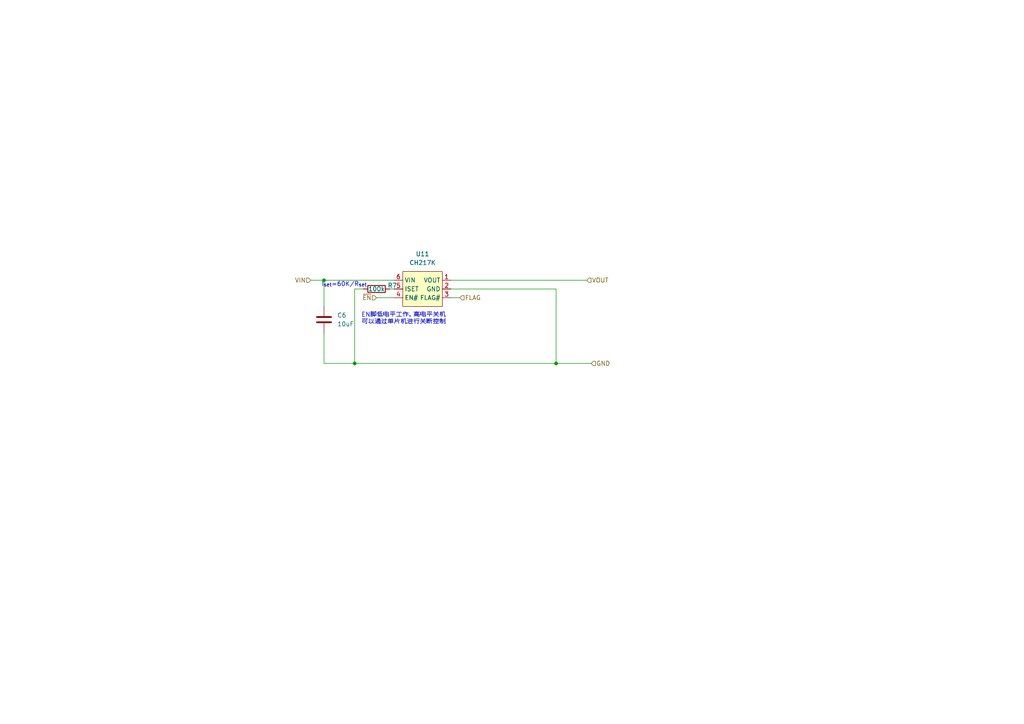
<source format=kicad_sch>
(kicad_sch (version 20231120) (generator "eeschema") (generator_version "8.0")
  (paper "A4")
  (lib_symbols
    (symbol "Device:C" (pin_numbers hide) (pin_names (offset 0.254))
      (property "Reference" "C" (at 0.635 2.54 0))
      (property "Value" "C" (at 0.635 -2.54 0))
      (symbol "C_0_1"
        (polyline (pts (xy -2.032 -0.762) (xy 2.032 -0.762)) (stroke (width 0.508)))
        (polyline (pts (xy -2.032 0.762) (xy 2.032 0.762)) (stroke (width 0.508)))
      )
      (symbol "C_1_1"
        (pin passive line (at 0 3.81 270) (length 2.794) (name "~") (number "1"))
        (pin passive line (at 0 -3.81 90) (length 2.794) (name "~") (number "2"))
      )
    )
    (symbol "Device:R" (pin_numbers hide) (pin_names (offset 0))
      (property "Reference" "R" (at 2.032 0 90))
      (property "Value" "R" (at 0 0 90))
      (symbol "R_0_1"
        (rectangle (start -1.016 -2.54) (end 1.016 2.54) (stroke (width 0.254)))
      )
      (symbol "R_1_1"
        (pin passive line (at 0 3.81 270) (length 1.27) (name "~") (number "1"))
        (pin passive line (at 0 -3.81 90) (length 1.27) (name "~") (number "2"))
      )
    )
    (symbol "my_chips:CH217K"
      (property "Reference" "U" (at 0.762 6.096 0))
      (property "Value" "CH217K" (at -4.064 6.096 0))
      (symbol "CH217K_1_1"
        (rectangle (start -6.35 5.08) (end 5.08 -5.08) (fill (type background)))
        (pin input line (at -8.89 2.54 0) (length 2.54) (name "VOUT") (number "1"))
        (pin input line (at -8.89 0 0) (length 2.54) (name "GND") (number "2"))
        (pin input line (at -8.89 -2.54 0) (length 2.54) (name "FLAG#") (number "3"))
        (pin input line (at 7.62 -2.54 180) (length 2.54) (name "EN#") (number "4"))
        (pin input line (at 7.62 0 180) (length 2.54) (name "ISET") (number "5"))
        (pin input line (at 7.62 2.54 180) (length 2.54) (name "VIN") (number "6"))
      )
    )
  )
  (junction (at 93.98 81.28))
  (junction (at 102.87 105.41))
  (junction (at 161.29 105.41))
  (wire (pts (xy 93.98 96.52) (xy 93.98 105.41)))
  (wire (pts (xy 90.17 81.28) (xy 93.98 81.28)))
  (wire (pts (xy 161.29 83.82) (xy 161.29 105.41)))
  (wire (pts (xy 130.81 83.82) (xy 161.29 83.82)))
  (wire (pts (xy 93.98 81.28) (xy 114.3 81.28)))
  (wire (pts (xy 93.98 81.28) (xy 93.98 88.9)))
  (wire (pts (xy 161.29 105.41) (xy 171.45 105.41)))
  (wire (pts (xy 102.87 83.82) (xy 105.41 83.82)))
  (wire (pts (xy 130.81 86.36) (xy 133.35 86.36)))
  (wire (pts (xy 93.98 105.41) (xy 102.87 105.41)))
  (wire (pts (xy 130.81 81.28) (xy 170.18 81.28)))
  (wire (pts (xy 102.87 105.41) (xy 161.29 105.41)))
  (wire (pts (xy 113.03 83.82) (xy 114.3 83.82)))
  (wire (pts (xy 114.3 86.36) (xy 109.22 86.36)))
  (wire (pts (xy 102.87 83.82) (xy 102.87 105.41)))
  (text "I_{set}=60K/R_{set}" (at 99.822 82.55 0) (effects (font (size 1.27 1.27))))
  (text "EN脚低电平工作，高电平关机\n可以通过单片机进行关断控制" (at 117.094 92.456 0) (effects (font (size 1.27 1.27))))
  (hierarchical_label "GND" (shape input) (at 171.45 105.41 0))
  (hierarchical_label "VIN" (shape input) (at 90.17 81.28 180))
  (hierarchical_label "VOUT" (shape input) (at 170.18 81.28 0))
  (hierarchical_label "~{EN}" (shape input) (at 109.22 86.36 180))
  (hierarchical_label "FLAG" (shape input) (at 133.35 86.36 0))
  (symbol (lib_id "my_chips:CH217K") (at 121.92 83.82 0) (mirror y) (unit 1)
    (property "Reference" "U11" (at 122.555 73.66 0))
    (property "Value" "CH217K" (at 122.555 76.2 0))
    (property "Footprint" "Package_TO_SOT_SMD:TSOT-23-6" (effects (hide yes)))
    (property "Datasheet" "https://www.wch.cn/downloads/CH217DS1_PDF.html" (effects (hide yes)))
    (property "Description" "内部集成了过流保护、过温保护、欠压保护、可调限流门限等模块，用于计算机、USB主机、USB HUB集线器、充电器等端口的5V电源控制" (effects (hide yes)))
  )
  (symbol (lib_id "Device:C") (at 93.98 92.71 180) (unit 1)
    (property "Reference" "C6" (at 97.79 91.4399 0) (effects (justify right)))
    (property "Value" "10uF" (at 97.79 93.9799 0) (effects (justify right)))
    (property "Footprint" "Capacitor_SMD:C_0603_1608Metric" (effects (hide yes)))
    (property "Description" "Unpolarized capacitor" (effects (hide yes)))
  )
  (symbol (lib_id "Device:R") (at 109.22 83.82 90) (unit 1)
    (property "Reference" "R7" (at 113.792 82.804 90))
    (property "Value" "100k" (at 109.22 83.82 90))
    (property "Footprint" "Resistor_SMD:R_0402_1005Metric" (effects (hide yes)))
    (property "Description" "Resistor" (effects (hide yes)))
  )
)
</source>
